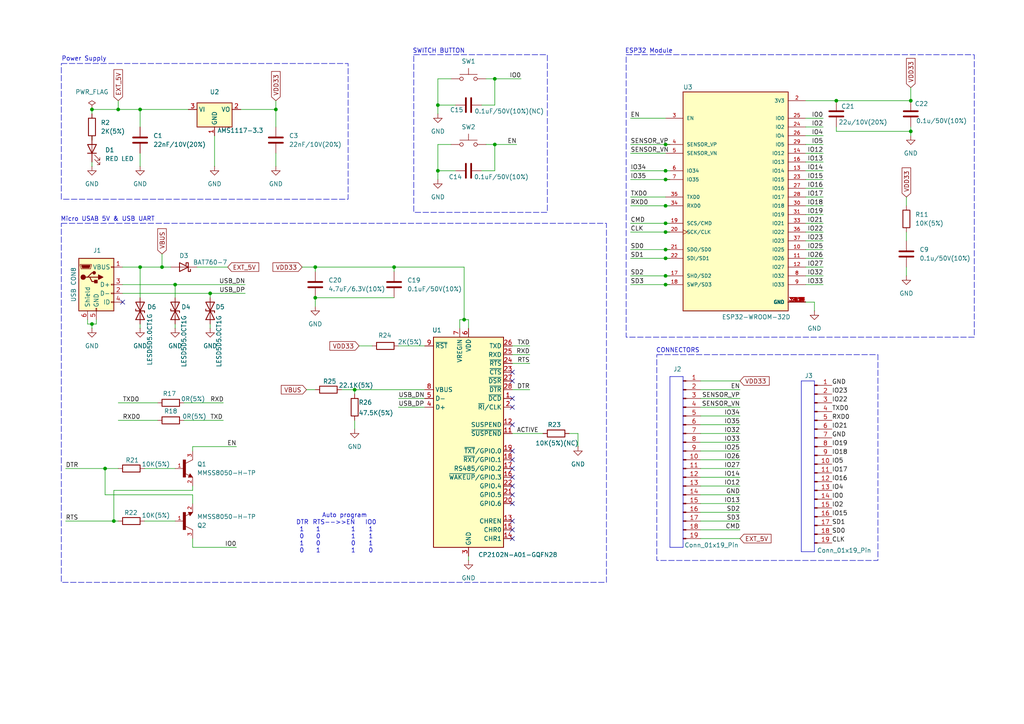
<source format=kicad_sch>
(kicad_sch (version 20231120) (generator "eeschema") (generator_version "8.0")
  (paper "A4")
  (title_block (title "${PROJECT_NAME}") (date "2024-09-10") (rev "1") (company "AllOkay Solutions"))
  (lib_symbols
    (symbol "#download:ESP32-WROOM-32D" (pin_names (offset 1.016))
      (property "Reference" "U" (at -15.0359 31.5945 0))
      (property "Value" "ESP32-WROOM-32D" (at -15.2867 -35.6681 0))
      (symbol "ESP32-WROOM-32D_0_0"
        (pin power_in line (at 20.32 -30.48 180) (length 5.08) (name "GND") (number "1"))
        (pin bidirectional line (at 20.32 -15.24 180) (length 5.08) (name "IO25") (number "10"))
        (pin bidirectional line (at 20.32 -17.78 180) (length 5.08) (name "IO26") (number "11"))
        (pin bidirectional line (at 20.32 -20.32 180) (length 5.08) (name "IO27") (number "12"))
        (pin bidirectional line (at 20.32 7.62 180) (length 5.08) (name "IO14") (number "13"))
        (pin bidirectional line (at 20.32 12.7 180) (length 5.08) (name "IO12") (number "14"))
        (pin power_in line (at 20.32 -30.48 180) (length 5.08) (name "GND") (number "15"))
        (pin bidirectional line (at 20.32 10.16 180) (length 5.08) (name "IO13") (number "16"))
        (pin bidirectional line (at -20.32 -22.86 0) (length 5.08) (name "SHD/SD2") (number "17"))
        (pin bidirectional line (at -20.32 -25.4 0) (length 5.08) (name "SWP/SD3") (number "18"))
        (pin bidirectional line (at -20.32 -7.62 0) (length 5.08) (name "SCS/CMD") (number "19"))
        (pin power_in line (at 20.32 27.94 180) (length 5.08) (name "3V3") (number "2"))
        (pin bidirectional clock (at -20.32 -10.16 0) (length 5.08) (name "SCK/CLK") (number "20"))
        (pin bidirectional line (at -20.32 -15.24 0) (length 5.08) (name "SDO/SD0") (number "21"))
        (pin bidirectional line (at -20.32 -17.78 0) (length 5.08) (name "SDI/SD1") (number "22"))
        (pin bidirectional line (at 20.32 5.08 180) (length 5.08) (name "IO15") (number "23"))
        (pin bidirectional line (at 20.32 20.32 180) (length 5.08) (name "IO2") (number "24"))
        (pin bidirectional line (at 20.32 22.86 180) (length 5.08) (name "IO0") (number "25"))
        (pin bidirectional line (at 20.32 17.78 180) (length 5.08) (name "IO4") (number "26"))
        (pin bidirectional line (at 20.32 2.54 180) (length 5.08) (name "IO16") (number "27"))
        (pin bidirectional line (at 20.32 0 180) (length 5.08) (name "IO17") (number "28"))
        (pin bidirectional line (at 20.32 15.24 180) (length 5.08) (name "IO5") (number "29"))
        (pin input line (at -20.32 22.86 0) (length 5.08) (name "EN") (number "3"))
        (pin bidirectional line (at 20.32 -2.54 180) (length 5.08) (name "IO18") (number "30"))
        (pin bidirectional line (at 20.32 -5.08 180) (length 5.08) (name "IO19") (number "31"))
        (pin bidirectional line (at 20.32 -7.62 180) (length 5.08) (name "IO21") (number "33"))
        (pin bidirectional line (at -20.32 -2.54 0) (length 5.08) (name "RXD0") (number "34"))
        (pin bidirectional line (at -20.32 0 0) (length 5.08) (name "TXD0") (number "35"))
        (pin bidirectional line (at 20.32 -10.16 180) (length 5.08) (name "IO22") (number "36"))
        (pin bidirectional line (at 20.32 -12.7 180) (length 5.08) (name "IO23") (number "37"))
        (pin power_in line (at 20.32 -30.48 180) (length 5.08) (name "GND") (number "38"))
        (pin power_in line (at 20.32 -30.48 180) (length 5.08) (name "GND") (number "39_1"))
        (pin power_in line (at 20.32 -30.48 180) (length 5.08) (name "GND") (number "39_10"))
        (pin power_in line (at 20.32 -30.48 180) (length 5.08) (name "GND") (number "39_11"))
        (pin power_in line (at 20.32 -30.48 180) (length 5.08) (name "GND") (number "39_12"))
        (pin power_in line (at 20.32 -30.48 180) (length 5.08) (name "GND") (number "39_13"))
        (pin power_in line (at 20.32 -30.48 180) (length 5.08) (name "GND") (number "39_14"))
        (pin power_in line (at 20.32 -30.48 180) (length 5.08) (name "GND") (number "39_15"))
        (pin power_in line (at 20.32 -30.48 180) (length 5.08) (name "GND") (number "39_16"))
        (pin power_in line (at 20.32 -30.48 180) (length 5.08) (name "GND") (number "39_17"))
        (pin power_in line (at 20.32 -30.48 180) (length 5.08) (name "GND") (number "39_18"))
        (pin power_in line (at 20.32 -30.48 180) (length 5.08) (name "GND") (number "39_19"))
        (pin power_in line (at 20.32 -30.48 180) (length 5.08) (name "GND") (number "39_2"))
        (pin power_in line (at 20.32 -30.48 180) (length 5.08) (name "GND") (number "39_20"))
        (pin power_in line (at 20.32 -30.48 180) (length 5.08) (name "GND") (number "39_21"))
        (pin power_in line (at 20.32 -30.48 180) (length 5.08) (name "GND") (number "39_3"))
        (pin power_in line (at 20.32 -30.48 180) (length 5.08) (name "GND") (number "39_4"))
        (pin power_in line (at 20.32 -30.48 180) (length 5.08) (name "GND") (number "39_5"))
        (pin power_in line (at 20.32 -30.48 180) (length 5.08) (name "GND") (number "39_6"))
        (pin power_in line (at 20.32 -30.48 180) (length 5.08) (name "GND") (number "39_7"))
        (pin power_in line (at 20.32 -30.48 180) (length 5.08) (name "GND") (number "39_8"))
        (pin power_in line (at 20.32 -30.48 180) (length 5.08) (name "GND") (number "39_9"))
        (pin input line (at -20.32 15.24 0) (length 5.08) (name "SENSOR_VP") (number "4"))
        (pin input line (at -20.32 12.7 0) (length 5.08) (name "SENSOR_VN") (number "5"))
        (pin input line (at -20.32 7.62 0) (length 5.08) (name "IO34") (number "6"))
        (pin input line (at -20.32 5.08 0) (length 5.08) (name "IO35") (number "7"))
        (pin bidirectional line (at 20.32 -22.86 180) (length 5.08) (name "IO32") (number "8"))
        (pin bidirectional line (at 20.32 -25.4 180) (length 5.08) (name "IO33") (number "9"))
      )
    )
    (symbol "#download:MMSS8050-H-TP" (pin_names (offset 1.016))
      (property "Reference" "Q" (at -10.16 7.62 0))
      (property "Value" "MMSS8050-H-TP" (at -10.16 -7.62 0))
      (symbol "MMSS8050-H-TP_0_0"
        (pin passive line (at -2.54 0 0) (length 2.54) (name "~") (number "1"))
        (pin passive line (at 2.54 -5.08 90) (length 2.54) (name "~") (number "2"))
        (pin passive line (at 2.54 5.08 270) (length 2.54) (name "~") (number "3"))
      )
    )
    (symbol "Connector:Conn_01x19_Pin" (pin_names (offset 1.016) hide)
      (property "Reference" "J" (at 0 25.4 0))
      (property "Value" "Conn_01x19_Pin" (at 0 -25.4 0))
      (symbol "Conn_01x19_Pin_1_1"
        (pin passive line (at 5.08 22.86 180) (length 3.81) (name "Pin_1") (number "1"))
        (pin passive line (at 5.08 0 180) (length 3.81) (name "Pin_10") (number "10"))
        (pin passive line (at 5.08 -2.54 180) (length 3.81) (name "Pin_11") (number "11"))
        (pin passive line (at 5.08 -5.08 180) (length 3.81) (name "Pin_12") (number "12"))
        (pin passive line (at 5.08 -7.62 180) (length 3.81) (name "Pin_13") (number "13"))
        (pin passive line (at 5.08 -10.16 180) (length 3.81) (name "Pin_14") (number "14"))
        (pin passive line (at 5.08 -12.7 180) (length 3.81) (name "Pin_15") (number "15"))
        (pin passive line (at 5.08 -15.24 180) (length 3.81) (name "Pin_16") (number "16"))
        (pin passive line (at 5.08 -17.78 180) (length 3.81) (name "Pin_17") (number "17"))
        (pin passive line (at 5.08 -20.32 180) (length 3.81) (name "Pin_18") (number "18"))
        (pin passive line (at 5.08 -22.86 180) (length 3.81) (name "Pin_19") (number "19"))
        (pin passive line (at 5.08 20.32 180) (length 3.81) (name "Pin_2") (number "2"))
        (pin passive line (at 5.08 17.78 180) (length 3.81) (name "Pin_3") (number "3"))
        (pin passive line (at 5.08 15.24 180) (length 3.81) (name "Pin_4") (number "4"))
        (pin passive line (at 5.08 12.7 180) (length 3.81) (name "Pin_5") (number "5"))
        (pin passive line (at 5.08 10.16 180) (length 3.81) (name "Pin_6") (number "6"))
        (pin passive line (at 5.08 7.62 180) (length 3.81) (name "Pin_7") (number "7"))
        (pin passive line (at 5.08 5.08 180) (length 3.81) (name "Pin_8") (number "8"))
        (pin passive line (at 5.08 2.54 180) (length 3.81) (name "Pin_9") (number "9"))
      )
    )
    (symbol "Connector:USB_B_Micro" (pin_names (offset 1.016))
      (property "Reference" "J" (at -5.08 11.43 0))
      (property "Value" "USB_B_Micro" (at -5.08 8.89 0))
      (symbol "USB_B_Micro_1_1"
        (pin power_out line (at 7.62 5.08 180) (length 2.54) (name "VBUS") (number "1"))
        (pin bidirectional line (at 7.62 -2.54 180) (length 2.54) (name "D-") (number "2"))
        (pin bidirectional line (at 7.62 0 180) (length 2.54) (name "D+") (number "3"))
        (pin passive line (at 7.62 -5.08 180) (length 2.54) (name "ID") (number "4"))
        (pin power_out line (at 0 -10.16 90) (length 2.54) (name "GND") (number "5"))
        (pin passive line (at -2.54 -10.16 90) (length 2.54) (name "Shield") (number "6"))
      )
    )
    (symbol "Device:C" (pin_numbers hide) (pin_names (offset 0.254))
      (property "Reference" "C" (at 0.635 2.54 0))
      (property "Value" "C" (at 0.635 -2.54 0))
      (symbol "C_1_1"
        (pin passive line (at 0 3.81 270) (length 2.794) (name "~") (number "1"))
        (pin passive line (at 0 -3.81 90) (length 2.794) (name "~") (number "2"))
      )
    )
    (symbol "Device:D_Schottky" (pin_numbers hide) (pin_names (offset 1.016) hide)
      (property "Reference" "D" (at 0 2.54 0))
      (property "Value" "D_Schottky" (at 0 -2.54 0))
      (symbol "D_Schottky_1_1"
        (pin passive line (at -3.81 0 0) (length 2.54) (name "K") (number "1"))
        (pin passive line (at 3.81 0 180) (length 2.54) (name "A") (number "2"))
      )
    )
    (symbol "Device:D_TVS" (pin_numbers hide) (pin_names (offset 1.016) hide)
      (property "Reference" "D" (at 0 2.54 0))
      (property "Value" "D_TVS" (at 0 -2.54 0))
      (symbol "D_TVS_1_1"
        (pin passive line (at -3.81 0 0) (length 2.54) (name "A1") (number "1"))
        (pin passive line (at 3.81 0 180) (length 2.54) (name "A2") (number "2"))
      )
    )
    (symbol "Device:LED" (pin_numbers hide) (pin_names (offset 1.016) hide)
      (property "Reference" "D" (at 0 2.54 0))
      (property "Value" "LED" (at 0 -2.54 0))
      (symbol "LED_1_1"
        (pin passive line (at -3.81 0 0) (length 2.54) (name "K") (number "1"))
        (pin passive line (at 3.81 0 180) (length 2.54) (name "A") (number "2"))
      )
    )
    (symbol "Device:R" (pin_numbers hide) (pin_names (offset 0))
      (property "Reference" "R" (at 2.032 0 90))
      (property "Value" "R" (at 0 0 90))
      (symbol "R_1_1"
        (pin passive line (at 0 3.81 270) (length 1.27) (name "~") (number "1"))
        (pin passive line (at 0 -3.81 90) (length 1.27) (name "~") (number "2"))
      )
    )
    (symbol "Interface_USB:CP2102N-Axx-xQFN28"
      (property "Reference" "U" (at -8.89 31.75 0))
      (property "Value" "CP2102N-Axx-xQFN28" (at 12.7 31.75 0))
      (symbol "CP2102N-Axx-xQFN28_1_1"
        (pin input line (at 12.7 12.7 180) (length 2.54) (name "~{DCD}") (number "1"))
        (pin no_connect line (at -10.16 -27.94 0) (length 2.54) hide (name "NC") (number "10"))
        (pin output line (at 12.7 2.54 180) (length 2.54) (name "~{SUSPEND}") (number "11"))
        (pin output line (at 12.7 5.08 180) (length 2.54) (name "SUSPEND") (number "12"))
        (pin output line (at 12.7 -22.86 180) (length 2.54) (name "CHREN") (number "13"))
        (pin output line (at 12.7 -27.94 180) (length 2.54) (name "CHR1") (number "14"))
        (pin output line (at 12.7 -25.4 180) (length 2.54) (name "CHR0") (number "15"))
        (pin bidirectional line (at 12.7 -10.16 180) (length 2.54) (name "~{WAKEUP}/GPIO.3") (number "16"))
        (pin bidirectional line (at 12.7 -7.62 180) (length 2.54) (name "RS485/GPIO.2") (number "17"))
        (pin bidirectional line (at 12.7 -5.08 180) (length 2.54) (name "~{RXT}/GPIO.1") (number "18"))
        (pin bidirectional line (at 12.7 -2.54 180) (length 2.54) (name "~{TXT}/GPIO.0") (number "19"))
        (pin bidirectional line (at 12.7 10.16 180) (length 2.54) (name "~{RI}/CLK") (number "2"))
        (pin bidirectional line (at 12.7 -17.78 180) (length 2.54) (name "GPIO.6") (number "20"))
        (pin bidirectional line (at 12.7 -15.24 180) (length 2.54) (name "GPIO.5") (number "21"))
        (pin bidirectional line (at 12.7 -12.7 180) (length 2.54) (name "GPIO.4") (number "22"))
        (pin input line (at 12.7 20.32 180) (length 2.54) (name "~{CTS}") (number "23"))
        (pin output line (at 12.7 22.86 180) (length 2.54) (name "~{RTS}") (number "24"))
        (pin input line (at 12.7 25.4 180) (length 2.54) (name "RXD") (number "25"))
        (pin output line (at 12.7 27.94 180) (length 2.54) (name "TXD") (number "26"))
        (pin input line (at 12.7 17.78 180) (length 2.54) (name "~{DSR}") (number "27"))
        (pin output line (at 12.7 15.24 180) (length 2.54) (name "~{DTR}") (number "28"))
        (pin passive line (at 0 -33.02 90) (length 2.54) hide (name "GND") (number "29"))
        (pin power_in line (at 0 -33.02 90) (length 2.54) (name "GND") (number "3"))
        (pin bidirectional line (at -12.7 10.16 0) (length 2.54) (name "D+") (number "4"))
        (pin bidirectional line (at -12.7 12.7 0) (length 2.54) (name "D-") (number "5"))
        (pin power_in line (at 0 33.02 270) (length 2.54) (name "VDD") (number "6"))
        (pin power_in line (at -2.54 33.02 270) (length 2.54) (name "VREGIN") (number "7"))
        (pin input line (at -12.7 15.24 0) (length 2.54) (name "VBUS") (number "8"))
        (pin input line (at -12.7 27.94 0) (length 2.54) (name "~{RST}") (number "9"))
      )
    )
    (symbol "Regulator_Linear:AMS1117-3.3"
      (property "Reference" "U" (at -3.81 3.175 0))
      (property "Value" "AMS1117-3.3" (at 0 3.175 0))
      (symbol "AMS1117-3.3_1_1"
        (pin power_in line (at 0 -7.62 90) (length 2.54) (name "GND") (number "1"))
        (pin power_out line (at 7.62 0 180) (length 2.54) (name "VO") (number "2"))
        (pin power_in line (at -7.62 0 0) (length 2.54) (name "VI") (number "3"))
      )
    )
    (symbol "Switch:SW_Push" (pin_numbers hide) (pin_names (offset 1.016) hide)
      (property "Reference" "SW" (at 1.27 2.54 0))
      (property "Value" "SW_Push" (at 0 -1.524 0))
      (symbol "SW_Push_0_1"
        (pin passive line (at -5.08 0 0) (length 2.54) (name "1") (number "1"))
        (pin passive line (at 5.08 0 180) (length 2.54) (name "2") (number "2"))
      )
    )
    (symbol "power:GND" (power) (pin_numbers hide) (pin_names (offset 0) hide)
      (property "Value" "GND" (at 0 -3.81 0))
      (symbol "GND_1_1"
        (pin power_in line (at 0 0 270) (length 0) (name "~") (number "1"))
      )
    )
    (symbol "power:PWR_FLAG" (power) (pin_numbers hide) (pin_names (offset 0) hide)
      (property "Value" "PWR_FLAG" (at 0 3.81 0))
      (symbol "PWR_FLAG_0_0"
        (pin power_out line (at 0 0 90) (length 0) (name "~") (number "1"))
      )
    )
  )
  (junction (at 193.04 80.01))
  (junction (at 26.67 93.98))
  (junction (at 91.44 86.36))
  (junction (at 60.96 85.09))
  (junction (at 40.64 77.47))
  (junction (at 264.16 29.21))
  (junction (at 26.67 31.75))
  (junction (at 34.29 31.75))
  (junction (at 143.51 41.91))
  (junction (at 114.3 77.47))
  (junction (at 193.04 67.31))
  (junction (at 127 49.53))
  (junction (at 193.04 82.55))
  (junction (at 46.99 77.47))
  (junction (at 242.57 29.21))
  (junction (at 193.04 59.69))
  (junction (at 50.8 82.55))
  (junction (at 33.02 151.13))
  (junction (at 264.16 38.1))
  (junction (at 143.51 22.86))
  (junction (at 102.87 113.03))
  (junction (at 91.44 77.47))
  (junction (at 193.04 49.53))
  (junction (at 193.04 74.93))
  (junction (at 40.64 31.75))
  (junction (at 193.04 52.07))
  (junction (at 127 30.48))
  (junction (at 30.48 135.89))
  (junction (at 193.04 41.91))
  (junction (at 80.01 31.75))
  (junction (at 134.62 92.71))
  (junction (at 193.04 72.39))
  (junction (at 193.04 64.77))
  (no_connect (at 148.59 107.95))
  (no_connect (at 148.59 110.49))
  (no_connect (at 148.59 118.11))
  (no_connect (at 148.59 115.57))
  (no_connect (at 148.59 151.13))
  (no_connect (at 148.59 138.43))
  (no_connect (at 148.59 146.05))
  (no_connect (at 35.56 87.63))
  (no_connect (at 148.59 135.89))
  (no_connect (at 148.59 133.35))
  (no_connect (at 148.59 140.97))
  (no_connect (at 148.59 153.67))
  (no_connect (at 148.59 143.51))
  (no_connect (at 148.59 156.21))
  (no_connect (at 148.59 130.81))
  (no_connect (at 148.59 123.19))
  (wire (pts (xy 19.05 151.13) (xy 33.02 151.13)))
  (wire (pts (xy 214.63 110.49) (xy 203.2 110.49)))
  (wire (pts (xy 139.7 49.53) (xy 143.51 49.53)))
  (wire (pts (xy 194.31 64.77) (xy 193.04 64.77)))
  (wire (pts (xy 53.34 116.84) (xy 64.77 116.84)))
  (polyline (pts (xy 194.31 158.75) (xy 194.31 109.22)))
  (wire (pts (xy 214.63 120.65) (xy 203.2 120.65)))
  (wire (pts (xy 238.76 82.55) (xy 233.68 82.55)))
  (wire (pts (xy 53.34 121.92) (xy 64.77 121.92)))
  (wire (pts (xy 182.88 49.53) (xy 193.04 49.53)))
  (wire (pts (xy 182.88 67.31) (xy 193.04 67.31)))
  (wire (pts (xy 135.89 161.29) (xy 135.89 162.56)))
  (wire (pts (xy 238.76 44.45) (xy 233.68 44.45)))
  (wire (pts (xy 194.31 52.07) (xy 193.04 52.07)))
  (wire (pts (xy 127 30.48) (xy 127 33.02)))
  (wire (pts (xy 135.89 92.71) (xy 135.89 95.25)))
  (wire (pts (xy 55.88 129.54) (xy 68.58 129.54)))
  (wire (pts (xy 40.64 77.47) (xy 46.99 77.47)))
  (wire (pts (xy 26.67 31.75) (xy 34.29 31.75)))
  (wire (pts (xy 238.76 34.29) (xy 233.68 34.29)))
  (wire (pts (xy 26.67 46.99) (xy 26.67 48.26)))
  (wire (pts (xy 62.23 39.37) (xy 62.23 48.26)))
  (wire (pts (xy 264.16 36.83) (xy 264.16 38.1)))
  (wire (pts (xy 27.94 92.71) (xy 27.94 93.98)))
  (wire (pts (xy 88.9 113.03) (xy 91.44 113.03)))
  (wire (pts (xy 238.76 52.07) (xy 233.68 52.07)))
  (wire (pts (xy 182.88 72.39) (xy 193.04 72.39)))
  (wire (pts (xy 182.88 34.29) (xy 193.04 34.29)))
  (wire (pts (xy 165.1 125.73) (xy 167.64 125.73)))
  (wire (pts (xy 214.63 113.03) (xy 203.2 113.03)))
  (wire (pts (xy 35.56 82.55) (xy 50.8 82.55)))
  (wire (pts (xy 34.29 29.21) (xy 34.29 31.75)))
  (wire (pts (xy 233.68 87.63) (xy 236.22 87.63)))
  (wire (pts (xy 214.63 140.97) (xy 203.2 140.97)))
  (wire (pts (xy 115.57 118.11) (xy 123.19 118.11)))
  (wire (pts (xy 91.44 77.47) (xy 91.44 78.74)))
  (wire (pts (xy 132.08 49.53) (xy 127 49.53)))
  (wire (pts (xy 30.48 135.89) (xy 30.48 143.51)))
  (wire (pts (xy 60.96 85.09) (xy 71.12 85.09)))
  (wire (pts (xy 194.31 74.93) (xy 193.04 74.93)))
  (wire (pts (xy 262.89 57.15) (xy 262.89 59.69)))
  (wire (pts (xy 214.63 143.51) (xy 203.2 143.51)))
  (wire (pts (xy 182.88 59.69) (xy 193.04 59.69)))
  (wire (pts (xy 214.63 115.57) (xy 203.2 115.57)))
  (wire (pts (xy 143.51 41.91) (xy 143.51 49.53)))
  (wire (pts (xy 182.88 52.07) (xy 193.04 52.07)))
  (wire (pts (xy 238.76 69.85) (xy 233.68 69.85)))
  (wire (pts (xy 194.31 41.91) (xy 193.04 41.91)))
  (wire (pts (xy 238.76 36.83) (xy 233.68 36.83)))
  (wire (pts (xy 182.88 82.55) (xy 193.04 82.55)))
  (wire (pts (xy 214.63 130.81) (xy 203.2 130.81)))
  (wire (pts (xy 91.44 86.36) (xy 91.44 88.9)))
  (wire (pts (xy 214.63 123.19) (xy 203.2 123.19)))
  (wire (pts (xy 46.99 73.66) (xy 46.99 77.47)))
  (wire (pts (xy 33.02 151.13) (xy 34.29 151.13)))
  (wire (pts (xy 238.76 67.31) (xy 233.68 67.31)))
  (wire (pts (xy 132.08 30.48) (xy 127 30.48)))
  (wire (pts (xy 214.63 148.59) (xy 203.2 148.59)))
  (wire (pts (xy 104.14 100.33) (xy 107.95 100.33)))
  (wire (pts (xy 238.76 59.69) (xy 233.68 59.69)))
  (polyline (pts (xy 232.41 110.49) (xy 236.22 110.49)))
  (wire (pts (xy 60.96 85.09) (xy 60.96 86.36)))
  (wire (pts (xy 26.67 33.02) (xy 26.67 31.75)))
  (wire (pts (xy 40.64 93.98) (xy 40.64 95.25)))
  (wire (pts (xy 102.87 113.03) (xy 102.87 114.3)))
  (wire (pts (xy 140.97 22.86) (xy 143.51 22.86)))
  (wire (pts (xy 102.87 121.92) (xy 102.87 124.46)))
  (wire (pts (xy 33.02 142.24) (xy 33.02 151.13)))
  (wire (pts (xy 115.57 100.33) (xy 123.19 100.33)))
  (wire (pts (xy 40.64 77.47) (xy 40.64 86.36)))
  (wire (pts (xy 50.8 82.55) (xy 50.8 86.36)))
  (wire (pts (xy 233.68 29.21) (xy 242.57 29.21)))
  (wire (pts (xy 57.15 77.47) (xy 66.04 77.47)))
  (wire (pts (xy 127 49.53) (xy 127 52.07)))
  (wire (pts (xy 35.56 85.09) (xy 60.96 85.09)))
  (wire (pts (xy 91.44 77.47) (xy 114.3 77.47)))
  (wire (pts (xy 115.57 115.57) (xy 123.19 115.57)))
  (wire (pts (xy 55.88 156.21) (xy 55.88 158.75)))
  (wire (pts (xy 238.76 72.39) (xy 233.68 72.39)))
  (wire (pts (xy 238.76 46.99) (xy 233.68 46.99)))
  (wire (pts (xy 214.63 133.35) (xy 203.2 133.35)))
  (wire (pts (xy 194.31 72.39) (xy 193.04 72.39)))
  (wire (pts (xy 34.29 116.84) (xy 45.72 116.84)))
  (wire (pts (xy 194.31 80.01) (xy 193.04 80.01)))
  (wire (pts (xy 80.01 36.83) (xy 80.01 31.75)))
  (wire (pts (xy 46.99 77.47) (xy 49.53 77.47)))
  (wire (pts (xy 55.88 130.81) (xy 55.88 129.54)))
  (wire (pts (xy 80.01 31.75) (xy 69.85 31.75)))
  (wire (pts (xy 153.67 100.33) (xy 148.59 100.33)))
  (wire (pts (xy 55.88 140.97) (xy 55.88 142.24)))
  (wire (pts (xy 50.8 82.55) (xy 71.12 82.55)))
  (wire (pts (xy 19.05 135.89) (xy 30.48 135.89)))
  (wire (pts (xy 238.76 49.53) (xy 233.68 49.53)))
  (wire (pts (xy 143.51 41.91) (xy 140.97 41.91)))
  (wire (pts (xy 40.64 31.75) (xy 54.61 31.75)))
  (wire (pts (xy 55.88 158.75) (xy 68.58 158.75)))
  (wire (pts (xy 238.76 39.37) (xy 233.68 39.37)))
  (wire (pts (xy 242.57 38.1) (xy 264.16 38.1)))
  (wire (pts (xy 238.76 64.77) (xy 233.68 64.77)))
  (wire (pts (xy 214.63 118.11) (xy 203.2 118.11)))
  (wire (pts (xy 214.63 128.27) (xy 203.2 128.27)))
  (wire (pts (xy 134.62 92.71) (xy 135.89 92.71)))
  (wire (pts (xy 130.81 22.86) (xy 127 22.86)))
  (wire (pts (xy 238.76 80.01) (xy 233.68 80.01)))
  (wire (pts (xy 127 49.53) (xy 127 41.91)))
  (wire (pts (xy 127 41.91) (xy 130.81 41.91)))
  (wire (pts (xy 34.29 31.75) (xy 40.64 31.75)))
  (wire (pts (xy 153.67 105.41) (xy 148.59 105.41)))
  (wire (pts (xy 87.63 77.47) (xy 91.44 77.47)))
  (wire (pts (xy 242.57 38.1) (xy 242.57 36.83)))
  (wire (pts (xy 182.88 64.77) (xy 193.04 64.77)))
  (wire (pts (xy 238.76 77.47) (xy 233.68 77.47)))
  (wire (pts (xy 40.64 44.45) (xy 40.64 48.26)))
  (wire (pts (xy 262.89 77.47) (xy 262.89 80.01)))
  (wire (pts (xy 114.3 77.47) (xy 134.62 77.47)))
  (wire (pts (xy 214.63 151.13) (xy 203.2 151.13)))
  (wire (pts (xy 264.16 38.1) (xy 264.16 39.37)))
  (wire (pts (xy 238.76 54.61) (xy 233.68 54.61)))
  (polyline (pts (xy 236.22 160.02) (xy 232.41 160.02)))
  (wire (pts (xy 264.16 25.4) (xy 264.16 29.21)))
  (polyline (pts (xy 198.12 109.22) (xy 198.12 158.75)))
  (polyline (pts (xy 232.41 160.02) (xy 232.41 110.49)))
  (wire (pts (xy 238.76 41.91) (xy 233.68 41.91)))
  (wire (pts (xy 153.67 102.87) (xy 148.59 102.87)))
  (wire (pts (xy 182.88 80.01) (xy 193.04 80.01)))
  (wire (pts (xy 114.3 77.47) (xy 114.3 78.74)))
  (wire (pts (xy 214.63 125.73) (xy 203.2 125.73)))
  (wire (pts (xy 262.89 67.31) (xy 262.89 69.85)))
  (wire (pts (xy 102.87 113.03) (xy 123.19 113.03)))
  (wire (pts (xy 50.8 93.98) (xy 50.8 95.25)))
  (wire (pts (xy 182.88 74.93) (xy 193.04 74.93)))
  (wire (pts (xy 127 22.86) (xy 127 30.48)))
  (wire (pts (xy 182.88 41.91) (xy 193.04 41.91)))
  (wire (pts (xy 34.29 121.92) (xy 45.72 121.92)))
  (wire (pts (xy 133.35 95.25) (xy 133.35 92.71)))
  (wire (pts (xy 214.63 135.89) (xy 203.2 135.89)))
  (wire (pts (xy 41.91 135.89) (xy 50.8 135.89)))
  (wire (pts (xy 167.64 125.73) (xy 167.64 129.54)))
  (wire (pts (xy 25.4 92.71) (xy 25.4 93.98)))
  (wire (pts (xy 139.7 30.48) (xy 143.51 30.48)))
  (wire (pts (xy 26.67 93.98) (xy 27.94 93.98)))
  (wire (pts (xy 26.67 40.64) (xy 26.67 39.37)))
  (wire (pts (xy 264.16 29.21) (xy 242.57 29.21)))
  (polyline (pts (xy 194.31 109.22) (xy 198.12 109.22)))
  (wire (pts (xy 133.35 92.71) (xy 134.62 92.71)))
  (wire (pts (xy 35.56 77.47) (xy 40.64 77.47)))
  (wire (pts (xy 55.88 143.51) (xy 55.88 146.05)))
  (wire (pts (xy 55.88 142.24) (xy 33.02 142.24)))
  (wire (pts (xy 182.88 57.15) (xy 193.04 57.15)))
  (wire (pts (xy 99.06 113.03) (xy 102.87 113.03)))
  (wire (pts (xy 134.62 77.47) (xy 134.62 92.71)))
  (polyline (pts (xy 236.22 110.49) (xy 236.22 160.02)))
  (polyline (pts (xy 198.12 158.75) (xy 194.31 158.75)))
  (wire (pts (xy 143.51 22.86) (xy 151.13 22.86)))
  (wire (pts (xy 25.4 93.98) (xy 26.67 93.98)))
  (wire (pts (xy 238.76 74.93) (xy 233.68 74.93)))
  (wire (pts (xy 55.88 143.51) (xy 30.48 143.51)))
  (wire (pts (xy 30.48 135.89) (xy 34.29 135.89)))
  (wire (pts (xy 214.63 156.21) (xy 203.2 156.21)))
  (wire (pts (xy 236.22 87.63) (xy 236.22 90.17)))
  (wire (pts (xy 143.51 30.48) (xy 143.51 22.86)))
  (wire (pts (xy 80.01 29.21) (xy 80.01 31.75)))
  (wire (pts (xy 182.88 44.45) (xy 193.04 44.45)))
  (wire (pts (xy 153.67 113.03) (xy 148.59 113.03)))
  (wire (pts (xy 143.51 41.91) (xy 149.86 41.91)))
  (wire (pts (xy 148.59 125.73) (xy 157.48 125.73)))
  (wire (pts (xy 214.63 153.67) (xy 203.2 153.67)))
  (wire (pts (xy 194.31 82.55) (xy 193.04 82.55)))
  (wire (pts (xy 60.96 93.98) (xy 60.96 95.25)))
  (wire (pts (xy 214.63 138.43) (xy 203.2 138.43)))
  (wire (pts (xy 194.31 67.31) (xy 193.04 67.31)))
  (wire (pts (xy 194.31 59.69) (xy 193.04 59.69)))
  (wire (pts (xy 26.67 93.98) (xy 26.67 95.25)))
  (wire (pts (xy 91.44 86.36) (xy 114.3 86.36)))
  (wire (pts (xy 214.63 146.05) (xy 203.2 146.05)))
  (wire (pts (xy 40.64 31.75) (xy 40.64 36.83)))
  (wire (pts (xy 41.91 151.13) (xy 50.8 151.13)))
  (wire (pts (xy 80.01 44.45) (xy 80.01 48.26)))
  (wire (pts (xy 194.31 49.53) (xy 193.04 49.53)))
  (wire (pts (xy 238.76 57.15) (xy 233.68 57.15)))
  (wire (pts (xy 238.76 62.23) (xy 233.68 62.23)))
  (rectangle (start 120.015 15.875) (end 158.75 61.595) (stroke (width 0) (type dash)))
  (rectangle (start 181.61 15.875) (end 282.575 97.79) (stroke (width 0) (type dash)))
  (rectangle (start 190.5 102.87) (end 254.635 162.56) (stroke (width 0) (type dash)))
  (rectangle (start 17.78 18.415) (end 100.965 57.785) (stroke (width 0) (type dash)))
  (rectangle (start 17.78 64.77) (end 175.895 168.91) (stroke (width 0) (type dash)))
  (text "CONNECTORS" (at 196.596 101.727 0) (effects (font (size 1.27 1.27))))
  (text "SWITCH BUTTON" (at 127.254 14.859 0) (effects (font (size 1.27 1.27))))
  (text "ESP32 Module" (at 188.214 14.859 0) (effects (font (size 1.27 1.27))))
  (text "Micro USAB 5V & USB UART" (at 31.242 63.627 0) (effects (font (size 1.27 1.27))))
  (text "     Auto program\nDTR	RTS-->>EN	IO0\n1	1		1	1\n0	0		1	1\n1	0		0	1\n0	1		1	0" (at 97.536 154.686 0) (effects (font (size 1.27 1.27))))
  (text "Power Supply" (at 24.384 17.145 0) (effects (font (size 1.27 1.27))))
  (label "USB_DP" (at 115.57 118.11 0))
  (label "RTS" (at 153.67 105.41 180))
  (label "IO18" (at 241.3 132.08 0))
  (label "IO4" (at 238.76 39.37 180))
  (label "IO2" (at 241.3 147.32 0))
  (label "TXD" (at 60.96 121.92 0))
  (label "IO0" (at 68.58 158.75 180))
  (label "SD1" (at 182.88 74.93 0))
  (label "DTR" (at 19.05 135.89 0))
  (label "SENSOR_VP" (at 182.88 41.91 0))
  (label "IO14" (at 238.76 49.53 180))
  (label "IO12" (at 238.76 44.45 180))
  (label "IO27" (at 214.63 135.89 180))
  (label "EN" (at 68.58 129.54 180))
  (label "IO16" (at 241.3 139.7 0))
  (label "IO5" (at 238.76 41.91 180))
  (label "SD0" (at 241.3 154.94 0))
  (label "SD1" (at 241.3 152.4 0))
  (label "IO15" (at 238.76 52.07 180))
  (label "CMD" (at 214.63 153.67 180))
  (label "IO0" (at 241.3 144.78 0))
  (label "IO25" (at 214.63 130.81 180))
  (label "IO23" (at 238.76 69.85 180))
  (label "CLK" (at 182.88 67.31 0))
  (label "IO22" (at 241.3 116.84 0))
  (label "RXD" (at 60.96 116.84 0))
  (label "IO34" (at 182.88 49.53 0))
  (label "IO17" (at 241.3 137.16 0))
  (label "IO26" (at 214.63 133.35 180))
  (label "IO14" (at 214.63 138.43 180))
  (label "IO18" (at 238.76 59.69 180))
  (label "IO16" (at 238.76 54.61 180))
  (label "IO13" (at 238.76 46.99 180))
  (label "RXD0" (at 35.56 121.92 0))
  (label "CLK" (at 241.3 157.48 0))
  (label "IO35" (at 214.63 123.19 180))
  (label "IO17" (at 238.76 57.15 180))
  (label "IO27" (at 238.76 77.47 180))
  (label "ACTIVE" (at 149.86 125.73 0))
  (label "IO21" (at 238.76 64.77 180))
  (label "GND" (at 241.3 127 0))
  (label "IO35" (at 182.88 52.07 0))
  (label "EN" (at 182.88 34.29 0))
  (label "RXD0" (at 241.3 121.92 0))
  (label "IO12" (at 214.63 140.97 180))
  (label "RTS" (at 19.05 151.13 0))
  (label "IO33" (at 214.63 128.27 180))
  (label "IO33" (at 238.76 82.55 180))
  (label "GND" (at 241.3 111.76 0))
  (label "IO4" (at 241.3 142.24 0))
  (label "IO19" (at 238.76 62.23 180))
  (label "TXD0" (at 182.88 57.15 0))
  (label "GND" (at 214.63 143.51 180))
  (label "IO0" (at 238.76 34.29 180))
  (label "IO13" (at 214.63 146.05 180))
  (label "TXD0" (at 35.56 116.84 0))
  (label "IO32" (at 238.76 80.01 180))
  (label "RXD0" (at 182.88 59.69 0))
  (label "IO21" (at 241.3 124.46 0))
  (label "TXD0" (at 241.3 119.38 0))
  (label "SENSOR_VN" (at 214.63 118.11 180))
  (label "CMD" (at 182.88 64.77 0))
  (label "SENSOR_VN" (at 182.88 44.45 0))
  (label "IO0" (at 151.13 22.86 180))
  (label "IO2" (at 238.76 36.83 180))
  (label "RXD" (at 153.67 102.87 180))
  (label "IO25" (at 238.76 72.39 180))
  (label "SD2" (at 182.88 80.01 0))
  (label "IO19" (at 241.3 129.54 0))
  (label "USB_DN" (at 115.57 115.57 0))
  (label "TXD" (at 153.67 100.33 180))
  (label "IO23" (at 241.3 114.3 0))
  (label "IO5" (at 241.3 134.62 0))
  (label "SD2" (at 214.63 148.59 180))
  (label "USB_DN" (at 71.12 82.55 180))
  (label "SD3" (at 214.63 151.13 180))
  (label "DTR" (at 153.67 113.03 180))
  (label "IO22" (at 238.76 67.31 180))
  (label "IO34" (at 214.63 120.65 180))
  (label "EN" (at 149.86 41.91 180))
  (label "IO32" (at 214.63 125.73 180))
  (label "SD3" (at 182.88 82.55 0))
  (label "IO15" (at 241.3 149.86 0))
  (label "IO26" (at 238.76 74.93 180))
  (label "EN" (at 214.63 113.03 180))
  (label "USB_DP" (at 71.12 85.09 180))
  (label "SD0" (at 182.88 72.39 0))
  (label "SENSOR_VP" (at 214.63 115.57 180))
  (global_label "VBUS" (shape input) (at 88.9 113.03 180) (property "Intersheetrefs" "${INTERSHEET_REFS}" (effects (hide yes))))
  (global_label "EXT_5V" (shape input) (at 66.04 77.47 0) (property "Intersheetrefs" "${INTERSHEET_REFS}" (effects (hide yes))))
  (global_label "VDD33" (shape input) (at 262.89 57.15 90) (property "Intersheetrefs" "${INTERSHEET_REFS}" (effects (hide yes))))
  (global_label "EXT_5V" (shape input) (at 34.29 29.21 90) (property "Intersheetrefs" "${INTERSHEET_REFS}" (effects (hide yes))))
  (global_label "VDD33" (shape input) (at 87.63 77.47 180) (property "Intersheetrefs" "${INTERSHEET_REFS}" (effects (hide yes))))
  (global_label "EXT_5V" (shape input) (at 214.63 156.21 0) (property "Intersheetrefs" "${INTERSHEET_REFS}" (effects (hide yes))))
  (global_label "VDD33" (shape input) (at 264.16 25.4 90) (property "Intersheetrefs" "${INTERSHEET_REFS}" (effects (hide yes))))
  (global_label "VDD33" (shape input) (at 80.01 29.21 90) (property "Intersheetrefs" "${INTERSHEET_REFS}" (effects (hide yes))))
  (global_label "VDD33" (shape input) (at 214.63 110.49 0) (property "Intersheetrefs" "${INTERSHEET_REFS}" (effects (hide yes))))
  (global_label "VBUS" (shape input) (at 46.99 73.66 90) (property "Intersheetrefs" "${INTERSHEET_REFS}" (effects (hide yes))))
  (global_label "VDD33" (shape input) (at 104.14 100.33 180) (property "Intersheetrefs" "${INTERSHEET_REFS}" (effects (hide yes))))
  (symbol (lib_id "#download:ESP32-WROOM-32D") (at 213.36 57.15 0) (unit 1)
    (property "Reference" "U3" (at 199.517 25.273 0))
    (property "Value" "ESP32-WROOM-32D" (at 219.329 91.948 0))
    (property "Footprint" "#download:MODULE_ESP32-WROOM-32D" (effects (hide yes)))
    (property "MF" "Espressif Systems" (effects (hide yes)))
    (property "MAXIMUM_PACKAGE_HEIGHT" "3.2 mm" (effects (hide yes)))
    (property "Package" "Non Standard Espressif Systems" (effects (hide yes)))
    (property "Price" "None" (effects (hide yes)))
    (property "Check_prices" "https://www.snapeda.com/parts/ESP32-WROOM-32D/Espressif+Systems/view-part/?ref=eda" (effects (hide yes)))
    (property "STANDARD" "Manufacturer Recommendations" (effects (hide yes)))
    (property "PARTREV" "1.9" (effects (hide yes)))
    (property "SnapEDA_Link" "https://www.snapeda.com/parts/ESP32-WROOM-32D/Espressif+Systems/view-part/?ref=snap" (effects (hide yes)))
    (property "MP" "ESP32-WROOM-32D" (effects (hide yes)))
    (property "Description_1" "\nBluetooth, WiFi 802.11b/g/n, Bluetooth v4.2 +EDR, Class 1, 2 and 3 Transceiver Module 2.4GHz ~ 2.5GHz Integrated\n" (effects (hide yes)))
    (property "Availability" "In Stock" (effects (hide yes)))
    (property "MANUFACTURER" "Espressif Systems" (effects (hide yes)))
  )
  (symbol (lib_id "Device:R") (at 102.87 118.11 0) (unit 1)
    (property "Reference" "R26" (at 104.013 116.713 0) (effects (justify left)))
    (property "Value" "47.5K(5%)" (at 104.013 119.761 0) (effects (justify left)))
    (property "Footprint" "Resistor_SMD:R_01005_0402Metric_Pad0.57x0.30mm_HandSolder" (effects (hide yes)))
    (property "Description" "Resistor" (effects (hide yes)))
  )
  (symbol (lib_id "Device:R") (at 161.29 125.73 90) (unit 1)
    (property "Reference" "R23" (at 160.782 123.19 90))
    (property "Value" "10K(5%)(NC)" (at 161.544 128.524 90))
    (property "Footprint" "Resistor_SMD:R_01005_0402Metric_Pad0.57x0.30mm_HandSolder" (effects (hide yes)))
    (property "Description" "Resistor" (effects (hide yes)))
  )
  (symbol (lib_id "power:GND") (at 40.64 95.25 0) (unit 1)
    (property "Reference" "#PWR06" (effects (hide yes)))
    (property "Value" "GND" (at 40.64 100.33 0))
    (property "Description" "Power symbol creates a global label with name \"GND\" , ground" (effects (hide yes)))
  )
  (symbol (lib_id "power:PWR_FLAG") (at 26.67 31.75 0) (unit 1)
    (property "Reference" "#FLG01" (effects (hide yes)))
    (property "Value" "PWR_FLAG" (at 26.67 26.67 0))
    (property "Description" "Special symbol for telling ERC where power comes from" (effects (hide yes)))
  )
  (symbol (lib_id "power:GND") (at 236.22 90.17 0) (unit 1)
    (property "Reference" "#PWR017" (effects (hide yes)))
    (property "Value" "GND" (at 236.22 95.25 0))
    (property "Description" "Power symbol creates a global label with name \"GND\" , ground" (effects (hide yes)))
  )
  (symbol (lib_id "Switch:SW_Push") (at 135.89 22.86 0) (unit 1)
    (property "Reference" "SW1" (at 135.89 17.78 0))
    (property "Value" "SW_Push" (effects (hide yes)))
    (property "Footprint" "Button_Switch_SMD:SW_SPST_B3S-1000" (effects (hide yes)))
    (property "Description" "Push button switch, generic, two pins" (effects (hide yes)))
  )
  (symbol (lib_id "Connector:Conn_01x19_Pin") (at 198.12 133.35 0) (unit 1)
    (property "Reference" "J2" (at 196.469 107.061 0))
    (property "Value" "Conn_01x19_Pin" (at 206.375 158.115 0))
    (property "Footprint" "Connector_PinHeader_2.54mm:PinHeader_1x19_P2.54mm_Vertical" (effects (hide yes)))
    (property "Description" "Generic connector, single row, 01x19, script generated" (effects (hide yes)))
  )
  (symbol (lib_id "#download:MMSS8050-H-TP") (at 53.34 151.13 0) (mirror x) (unit 1)
    (property "Reference" "Q2" (at 57.15 152.4001 0) (effects (justify left)))
    (property "Value" "MMSS8050-H-TP" (at 57.15 149.8601 0) (effects (justify left)))
    (property "Footprint" "#download:TRANS_MMSS8050-H-TP" (effects (hide yes)))
    (property "MF" "Micro Commercial" (effects (hide yes)))
    (property "MAXIMUM_PACKAGE_HEIGHT" "1.22mm" (effects (hide yes)))
    (property "Package" "SOT-23 MCC" (effects (hide yes)))
    (property "Price" "None" (effects (hide yes)))
    (property "Check_prices" "https://www.snapeda.com/parts/MMSS8050-H-TP/Micro+Commercial+Components/view-part/?ref=eda" (effects (hide yes)))
    (property "STANDARD" "Manufacturer recommendations" (effects (hide yes)))
    (property "PARTREV" "D" (effects (hide yes)))
    (property "SnapEDA_Link" "https://www.snapeda.com/parts/MMSS8050-H-TP/Micro+Commercial+Components/view-part/?ref=snap" (effects (hide yes)))
    (property "MP" "MMSS8050-H-TP" (effects (hide yes)))
    (property "Purchase-URL" "https://www.snapeda.com/api/url_track_click_mouser/?unipart_id=423878&manufacturer=Micro Commercial&part_name=MMSS8050-H-TP&search_term=mmss8050-h-tp" (effects (hide yes)))
    (property "Description_1" "\nBipolar (BJT) Transistor NPN 25 V 1.5 A 100MHz 625 mW Surface Mount SOT-23\n" (effects (hide yes)))
    (property "Availability" "In Stock" (effects (hide yes)))
    (property "MANUFACTURER" "MCC" (effects (hide yes)))
  )
  (symbol (lib_id "power:GND") (at 26.67 95.25 0) (unit 1)
    (property "Reference" "#PWR05" (effects (hide yes)))
    (property "Value" "GND" (at 26.67 100.33 0))
    (property "Description" "Power symbol creates a global label with name \"GND\" , ground" (effects (hide yes)))
  )
  (symbol (lib_id "Device:C") (at 114.3 82.55 0) (unit 1)
    (property "Reference" "C19" (at 118.11 81.2799 0) (effects (justify left)))
    (property "Value" "0.1uF/50V(10%)" (at 118.11 83.8199 0) (effects (justify left)))
    (property "Footprint" "Capacitor_SMD:C_01005_0402Metric" (effects (hide yes)))
    (property "Description" "Unpolarized capacitor" (effects (hide yes)))
  )
  (symbol (lib_id "Device:C") (at 242.57 33.02 0) (unit 1)
    (property "Reference" "C21" (at 243.967 30.861 0) (effects (justify left)))
    (property "Value" "22u/10V(20%)" (at 243.205 35.433 0) (effects (justify left)))
    (property "Footprint" "Capacitor_SMD:C_0201_0603Metric" (effects (hide yes)))
    (property "Description" "Unpolarized capacitor" (effects (hide yes)))
  )
  (symbol (lib_id "Interface_USB:CP2102N-Axx-xQFN28") (at 135.89 128.27 0) (unit 1)
    (property "Reference" "U1" (at 125.349 95.758 0) (effects (justify left)))
    (property "Value" "CP2102N-A01-GQFN28" (at 138.684 160.909 0) (effects (justify left)))
    (property "Footprint" "Package_DFN_QFN:QFN-28-1EP_5x5mm_P0.5mm_EP3.35x3.35mm" (effects (hide yes)))
    (property "Datasheet" "https://www.silabs.com/documents/public/data-sheets/cp2102n-datasheet.pdf" (effects (hide yes)))
    (property "Description" "USB to UART master bridge, QFN-28" (effects (hide yes)))
  )
  (symbol (lib_id "Device:R") (at 262.89 63.5 0) (unit 1)
    (property "Reference" "R11" (at 265.43 62.2299 0) (effects (justify left)))
    (property "Value" "10K(5%)" (at 265.43 64.7699 0) (effects (justify left)))
    (property "Footprint" "Resistor_SMD:R_01005_0402Metric_Pad0.57x0.30mm_HandSolder" (effects (hide yes)))
    (property "Description" "Resistor" (effects (hide yes)))
  )
  (symbol (lib_id "Device:C") (at 135.89 30.48 90) (unit 1)
    (property "Reference" "C15" (at 132.461 31.877 90))
    (property "Value" "0.1uF/50V(10%)(NC)" (at 147.701 32.258 90))
    (property "Footprint" "Capacitor_SMD:C_01005_0402Metric" (effects (hide yes)))
    (property "Description" "Unpolarized capacitor" (effects (hide yes)))
  )
  (symbol (lib_id "power:GND") (at 127 52.07 0) (unit 1)
    (property "Reference" "#PWR014" (effects (hide yes)))
    (property "Value" "GND" (at 127 57.15 0))
    (property "Description" "Power symbol creates a global label with name \"GND\" , ground" (effects (hide yes)))
  )
  (symbol (lib_id "Device:D_TVS") (at 60.96 90.17 90) (unit 1)
    (property "Reference" "D5" (at 62.484 89.027 90) (effects (justify right)))
    (property "Value" "LESD5D5.0CT1G" (at 63.5 91.4399 0) (effects (justify right)))
    (property "Footprint" "Diode_SMD:D_SOD-523" (effects (hide yes)))
    (property "Description" "Bidirectional transient-voltage-suppression diode" (effects (hide yes)))
  )
  (symbol (lib_id "power:GND") (at 50.8 95.25 0) (unit 1)
    (property "Reference" "#PWR07" (effects (hide yes)))
    (property "Value" "GND" (at 50.8 100.33 0))
    (property "Description" "Power symbol creates a global label with name \"GND\" , ground" (effects (hide yes)))
  )
  (symbol (lib_id "power:GND") (at 40.64 48.26 0) (unit 1)
    (property "Reference" "#PWR02" (effects (hide yes)))
    (property "Value" "GND" (at 40.64 53.34 0))
    (property "Description" "Power symbol creates a global label with name \"GND\" , ground" (effects (hide yes)))
  )
  (symbol (lib_id "Device:D_TVS") (at 50.8 90.17 90) (unit 1)
    (property "Reference" "D4" (at 52.578 89.027 90) (effects (justify right)))
    (property "Value" "LESD5D5.0CT1G" (at 53.34 91.4399 0) (effects (justify right)))
    (property "Footprint" "Diode_SMD:D_SOD-523" (effects (hide yes)))
    (property "Description" "Bidirectional transient-voltage-suppression diode" (effects (hide yes)))
  )
  (symbol (lib_id "Device:R") (at 95.25 113.03 90) (unit 1)
    (property "Reference" "R25" (at 95.631 110.617 90))
    (property "Value" "22.1K(5%)" (at 103.251 111.76 90))
    (property "Footprint" "Resistor_SMD:R_01005_0402Metric_Pad0.57x0.30mm_HandSolder" (effects (hide yes)))
    (property "Description" "Resistor" (effects (hide yes)))
  )
  (symbol (lib_id "Device:C") (at 262.89 73.66 0) (unit 1)
    (property "Reference" "C9" (at 266.7 72.3899 0) (effects (justify left)))
    (property "Value" "0.1u/50V(10%)" (at 266.7 74.9299 0) (effects (justify left)))
    (property "Footprint" "Capacitor_SMD:C_01005_0402Metric" (effects (hide yes)))
    (property "Description" "Unpolarized capacitor" (effects (hide yes)))
  )
  (symbol (lib_id "Device:C") (at 91.44 82.55 0) (unit 1)
    (property "Reference" "C20" (at 95.25 81.2799 0) (effects (justify left)))
    (property "Value" "4.7uF/6.3V(10%)" (at 95.25 83.8199 0) (effects (justify left)))
    (property "Footprint" "Capacitor_SMD:C_01005_0402Metric" (effects (hide yes)))
    (property "Description" "Unpolarized capacitor" (effects (hide yes)))
  )
  (symbol (lib_id "#download:MMSS8050-H-TP") (at 53.34 135.89 0) (unit 1)
    (property "Reference" "Q1" (at 57.15 134.6199 0) (effects (justify left)))
    (property "Value" "MMSS8050-H-TP" (at 57.15 137.1599 0) (effects (justify left)))
    (property "Footprint" "#download:TRANS_MMSS8050-H-TP" (effects (hide yes)))
    (property "MF" "Micro Commercial" (effects (hide yes)))
    (property "MAXIMUM_PACKAGE_HEIGHT" "1.22mm" (effects (hide yes)))
    (property "Package" "SOT-23 MCC" (effects (hide yes)))
    (property "Price" "None" (effects (hide yes)))
    (property "Check_prices" "https://www.snapeda.com/parts/MMSS8050-H-TP/Micro+Commercial+Components/view-part/?ref=eda" (effects (hide yes)))
    (property "STANDARD" "Manufacturer recommendations" (effects (hide yes)))
    (property "PARTREV" "D" (effects (hide yes)))
    (property "SnapEDA_Link" "https://www.snapeda.com/parts/MMSS8050-H-TP/Micro+Commercial+Components/view-part/?ref=snap" (effects (hide yes)))
    (property "MP" "MMSS8050-H-TP" (effects (hide yes)))
    (property "Purchase-URL" "https://www.snapeda.com/api/url_track_click_mouser/?unipart_id=423878&manufacturer=Micro Commercial&part_name=MMSS8050-H-TP&search_term=mmss8050-h-tp" (effects (hide yes)))
    (property "Description_1" "\nBipolar (BJT) Transistor NPN 25 V 1.5 A 100MHz 625 mW Surface Mount SOT-23\n" (effects (hide yes)))
    (property "Availability" "In Stock" (effects (hide yes)))
    (property "MANUFACTURER" "MCC" (effects (hide yes)))
  )
  (symbol (lib_id "Connector:USB_B_Micro") (at 27.94 82.55 0) (unit 1)
    (property "Reference" "J1" (at 28.194 72.644 0))
    (property "Value" "USB CON8" (at 21.336 82.55 90))
    (property "Footprint" "Connector_USB:USB_Micro-AB_Molex_47590-0001" (effects (hide yes)))
    (property "Description" "USB Micro Type B connector" (effects (hide yes)))
  )
  (symbol (lib_id "Device:D_TVS") (at 40.64 90.17 90) (unit 1)
    (property "Reference" "D6" (at 42.672 89.027 90) (effects (justify right)))
    (property "Value" "LESD5D5.0CT1G" (at 43.434 90.932 0) (effects (justify right)))
    (property "Footprint" "Diode_SMD:D_SOD-523" (effects (hide yes)))
    (property "Description" "Bidirectional transient-voltage-suppression diode" (effects (hide yes)))
  )
  (symbol (lib_id "Switch:SW_Push") (at 135.89 41.91 0) (unit 1)
    (property "Reference" "SW2" (at 135.89 36.83 0))
    (property "Value" "SW_Push" (effects (hide yes)))
    (property "Footprint" "Button_Switch_SMD:SW_SPST_B3S-1000" (effects (hide yes)))
    (property "Description" "Push button switch, generic, two pins" (effects (hide yes)))
  )
  (symbol (lib_id "Connector:Conn_01x19_Pin") (at 236.22 134.62 0) (unit 1)
    (property "Reference" "J3" (at 234.569 108.966 0))
    (property "Value" "Conn_01x19_Pin" (at 244.856 159.639 0))
    (property "Footprint" "Connector_PinHeader_2.54mm:PinHeader_1x19_P2.54mm_Vertical" (effects (hide yes)))
    (property "Description" "Generic connector, single row, 01x19, script generated" (effects (hide yes)))
  )
  (symbol (lib_id "power:GND") (at 60.96 95.25 0) (unit 1)
    (property "Reference" "#PWR08" (effects (hide yes)))
    (property "Value" "GND" (at 60.96 100.33 0))
    (property "Description" "Power symbol creates a global label with name \"GND\" , ground" (effects (hide yes)))
  )
  (symbol (lib_id "Regulator_Linear:AMS1117-3.3") (at 62.23 31.75 0) (unit 1)
    (property "Reference" "U2" (at 62.23 26.67 0))
    (property "Value" "AMS1117-3.3" (at 69.723 37.846 0))
    (property "Footprint" "Package_TO_SOT_SMD:SOT-223-3_TabPin2" (effects (hide yes)))
    (property "Datasheet" "http://www.advanced-monolithic.com/pdf/ds1117.pdf" (effects (hide yes)))
    (property "Description" "1A Low Dropout regulator, positive, 3.3V fixed output, SOT-223" (effects (hide yes)))
  )
  (symbol (lib_id "Device:R") (at 26.67 36.83 0) (unit 1)
    (property "Reference" "R2" (at 29.21 35.5599 0) (effects (justify left)))
    (property "Value" "2K(5%)" (at 29.21 38.0999 0) (effects (justify left)))
    (property "Footprint" "Resistor_SMD:R_01005_0402Metric_Pad0.57x0.30mm_HandSolder" (effects (hide yes)))
    (property "Description" "Resistor" (effects (hide yes)))
  )
  (symbol (lib_id "Device:R") (at 49.53 116.84 90) (unit 1)
    (property "Reference" "R17" (at 49.149 114.173 90))
    (property "Value" "0R(5%)" (at 56.007 115.697 90))
    (property "Footprint" "Resistor_SMD:R_01005_0402Metric_Pad0.57x0.30mm_HandSolder" (effects (hide yes)))
    (property "Description" "Resistor" (effects (hide yes)))
  )
  (symbol (lib_id "power:GND") (at 26.67 48.26 0) (unit 1)
    (property "Reference" "#PWR01" (effects (hide yes)))
    (property "Value" "GND" (at 26.67 53.34 0))
    (property "Description" "Power symbol creates a global label with name \"GND\" , ground" (effects (hide yes)))
  )
  (symbol (lib_id "Device:R") (at 49.53 121.92 90) (unit 1)
    (property "Reference" "R18" (at 49.53 119.253 90))
    (property "Value" "0R(5%)" (at 56.388 120.777 90))
    (property "Footprint" "Resistor_SMD:R_01005_0402Metric_Pad0.57x0.30mm_HandSolder" (effects (hide yes)))
    (property "Description" "Resistor" (effects (hide yes)))
  )
  (symbol (lib_id "Device:C") (at 40.64 40.64 0) (unit 1)
    (property "Reference" "C1" (at 44.45 39.3699 0) (effects (justify left)))
    (property "Value" "22nF/10V(20%)" (at 44.45 41.9099 0) (effects (justify left)))
    (property "Footprint" "Capacitor_SMD:C_0201_0603Metric" (effects (hide yes)))
    (property "Description" "Unpolarized capacitor" (effects (hide yes)))
  )
  (symbol (lib_id "power:GND") (at 127 33.02 0) (unit 1)
    (property "Reference" "#PWR013" (effects (hide yes)))
    (property "Value" "GND" (at 127 38.1 0))
    (property "Description" "Power symbol creates a global label with name \"GND\" , ground" (effects (hide yes)))
  )
  (symbol (lib_id "Device:C") (at 135.89 49.53 90) (unit 1)
    (property "Reference" "C14" (at 132.08 51.308 90))
    (property "Value" "0.1uF/50V(10%)" (at 145.415 51.308 90))
    (property "Footprint" "Capacitor_SMD:C_01005_0402Metric" (effects (hide yes)))
    (property "Description" "Unpolarized capacitor" (effects (hide yes)))
  )
  (symbol (lib_id "power:GND") (at 262.89 80.01 0) (unit 1)
    (property "Reference" "#PWR016" (effects (hide yes)))
    (property "Value" "GND" (at 262.89 85.09 0))
    (property "Description" "Power symbol creates a global label with name \"GND\" , ground" (effects (hide yes)))
  )
  (symbol (lib_id "Device:R") (at 38.1 135.89 90) (unit 1)
    (property "Reference" "R21" (at 38.354 133.477 90))
    (property "Value" "10K(5%)" (at 45.212 134.62 90))
    (property "Footprint" "Resistor_SMD:R_01005_0402Metric_Pad0.57x0.30mm_HandSolder" (effects (hide yes)))
    (property "Description" "Resistor" (effects (hide yes)))
  )
  (symbol (lib_id "Device:C") (at 80.01 40.64 0) (unit 1)
    (property "Reference" "C3" (at 83.82 39.3699 0) (effects (justify left)))
    (property "Value" "22nF/10V(20%)" (at 83.82 41.9099 0) (effects (justify left)))
    (property "Footprint" "Capacitor_SMD:C_0201_0603Metric" (effects (hide yes)))
    (property "Description" "Unpolarized capacitor" (effects (hide yes)))
  )
  (symbol (lib_id "Device:LED") (at 26.67 43.18 90) (unit 1)
    (property "Reference" "D1" (at 30.48 43.4974 90) (effects (justify right)))
    (property "Value" "RED LED" (at 30.48 46.0374 90) (effects (justify right)))
    (property "Footprint" "LED_SMD:LED_0603_1608Metric" (effects (hide yes)))
    (property "Description" "Light emitting diode" (effects (hide yes)))
  )
  (symbol (lib_id "power:GND") (at 135.89 162.56 0) (unit 1)
    (property "Reference" "#PWR012" (effects (hide yes)))
    (property "Value" "GND" (at 135.89 167.64 0))
    (property "Description" "Power symbol creates a global label with name \"GND\" , ground" (effects (hide yes)))
  )
  (symbol (lib_id "power:GND") (at 91.44 88.9 0) (unit 1)
    (property "Reference" "#PWR09" (effects (hide yes)))
    (property "Value" "GND" (at 91.44 93.98 0))
    (property "Description" "Power symbol creates a global label with name \"GND\" , ground" (effects (hide yes)))
  )
  (symbol (lib_id "power:GND") (at 167.64 129.54 0) (unit 1)
    (property "Reference" "#PWR011" (effects (hide yes)))
    (property "Value" "GND" (at 167.64 134.62 0))
    (property "Description" "Power symbol creates a global label with name \"GND\" , ground" (effects (hide yes)))
  )
  (symbol (lib_id "power:GND") (at 102.87 124.46 0) (unit 1)
    (property "Reference" "#PWR010" (effects (hide yes)))
    (property "Value" "GND" (at 102.87 129.54 0))
    (property "Description" "Power symbol creates a global label with name \"GND\" , ground" (effects (hide yes)))
  )
  (symbol (lib_id "power:GND") (at 80.01 48.26 0) (unit 1)
    (property "Reference" "#PWR04" (effects (hide yes)))
    (property "Value" "GND" (at 80.01 53.34 0))
    (property "Description" "Power symbol creates a global label with name \"GND\" , ground" (effects (hide yes)))
  )
  (symbol (lib_id "power:GND") (at 62.23 48.26 0) (unit 1)
    (property "Reference" "#PWR03" (effects (hide yes)))
    (property "Value" "GND" (at 62.23 53.34 0))
    (property "Description" "Power symbol creates a global label with name \"GND\" , ground" (effects (hide yes)))
  )
  (symbol (lib_id "Device:D_Schottky") (at 53.34 77.47 180) (unit 1)
    (property "Reference" "D3" (at 53.34 74.168 0))
    (property "Value" "BAT760-7" (at 60.96 76.073 0))
    (property "Footprint" "Diode_SMD:D_SOD-323" (effects (hide yes)))
    (property "Description" "Schottky diode" (effects (hide yes)))
  )
  (symbol (lib_id "power:GND") (at 264.16 39.37 0) (unit 1)
    (property "Reference" "#PWR015" (effects (hide yes)))
    (property "Value" "GND" (at 264.16 44.45 0))
    (property "Description" "Power symbol creates a global label with name \"GND\" , ground" (effects (hide yes)))
  )
  (symbol (lib_id "Device:R") (at 38.1 151.13 90) (unit 1)
    (property "Reference" "R22" (at 37.973 148.717 90))
    (property "Value" "10K(5%)" (at 45.212 149.479 90))
    (property "Footprint" "Resistor_SMD:R_01005_0402Metric_Pad0.57x0.30mm_HandSolder" (effects (hide yes)))
    (property "Description" "Resistor" (effects (hide yes)))
  )
  (symbol (lib_id "Device:C") (at 264.16 33.02 0) (unit 1)
    (property "Reference" "C22" (at 265.303 30.099 0) (effects (justify left)))
    (property "Value" "0.1u/50V(10%)" (at 265.684 35.052 0) (effects (justify left)))
    (property "Footprint" "Capacitor_SMD:C_01005_0402Metric" (effects (hide yes)))
    (property "Description" "Unpolarized capacitor" (effects (hide yes)))
  )
  (symbol (lib_id "Device:R") (at 111.76 100.33 90) (unit 1)
    (property "Reference" "R24" (at 111.633 97.282 90))
    (property "Value" "2K(5%)" (at 118.872 99.187 90))
    (property "Footprint" "Resistor_SMD:R_01005_0402Metric_Pad0.57x0.30mm_HandSolder" (effects (hide yes)))
    (property "Description" "Resistor" (effects (hide yes)))
  )
)
</source>
